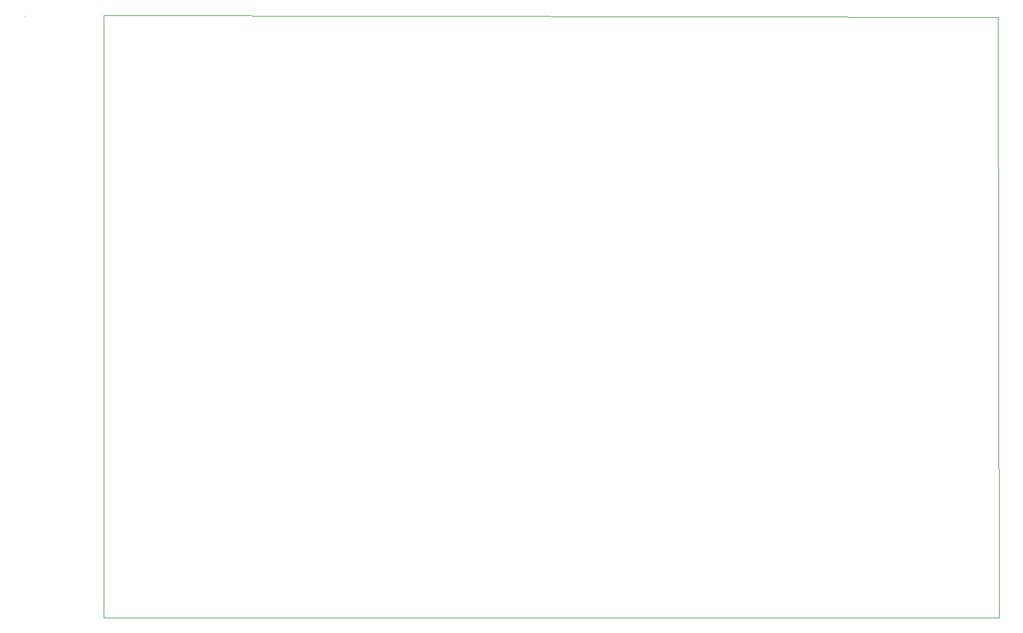
<source format=gbr>
%TF.GenerationSoftware,KiCad,Pcbnew,5.1.10-88a1d61d58~88~ubuntu18.04.1*%
%TF.CreationDate,2021-07-13T17:51:20-03:00*%
%TF.ProjectId,ASBF,41534246-2e6b-4696-9361-645f70636258,V1.1*%
%TF.SameCoordinates,Original*%
%TF.FileFunction,Profile,NP*%
%FSLAX46Y46*%
G04 Gerber Fmt 4.6, Leading zero omitted, Abs format (unit mm)*
G04 Created by KiCad (PCBNEW 5.1.10-88a1d61d58~88~ubuntu18.04.1) date 2021-07-13 17:51:20*
%MOMM*%
%LPD*%
G01*
G04 APERTURE LIST*
%TA.AperFunction,Profile*%
%ADD10C,0.050000*%
%TD*%
G04 APERTURE END LIST*
D10*
X56134000Y-18796000D02*
X56134000Y-18796000D01*
X56134000Y-18796000D02*
X56134000Y-18796000D01*
X67056000Y-101854000D02*
X67056000Y-18669000D01*
X190627000Y-101854000D02*
X67056000Y-101854000D01*
X190500000Y-18923000D02*
X190627000Y-101854000D01*
X67056000Y-18669000D02*
X190500000Y-18923000D01*
M02*

</source>
